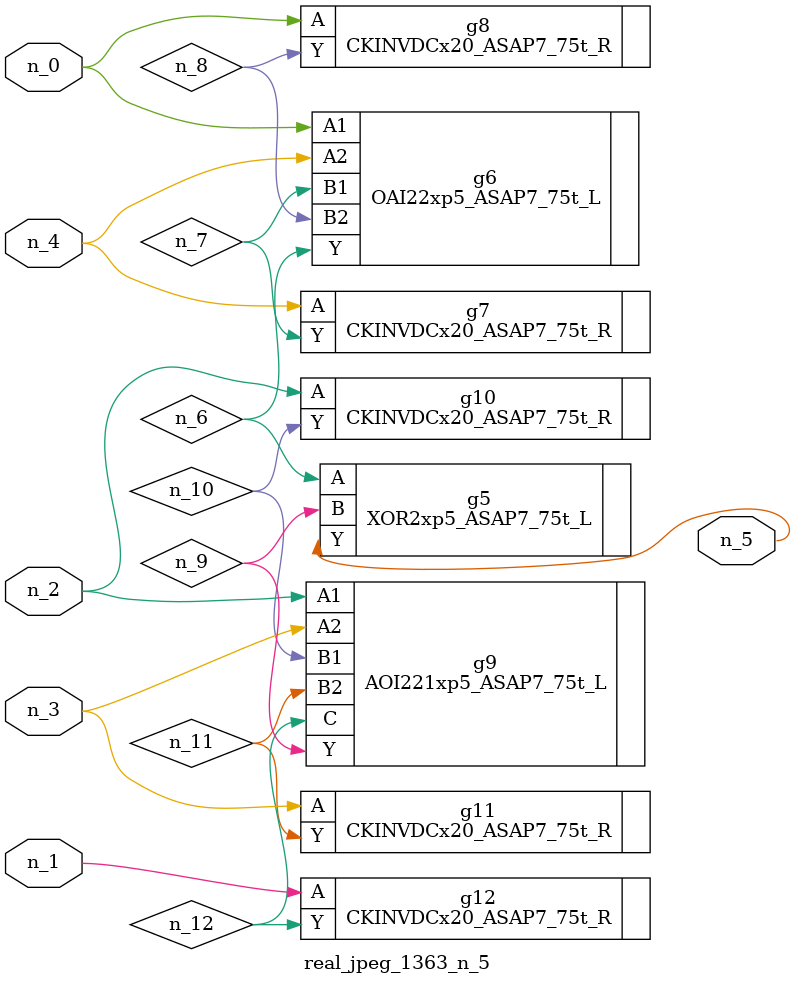
<source format=v>
module real_jpeg_1363_n_5 (n_4, n_0, n_1, n_2, n_3, n_5);

input n_4;
input n_0;
input n_1;
input n_2;
input n_3;

output n_5;

wire n_12;
wire n_8;
wire n_11;
wire n_6;
wire n_7;
wire n_10;
wire n_9;

OAI22xp5_ASAP7_75t_L g6 ( 
.A1(n_0),
.A2(n_4),
.B1(n_7),
.B2(n_8),
.Y(n_6)
);

CKINVDCx20_ASAP7_75t_R g8 ( 
.A(n_0),
.Y(n_8)
);

CKINVDCx20_ASAP7_75t_R g12 ( 
.A(n_1),
.Y(n_12)
);

AOI221xp5_ASAP7_75t_L g9 ( 
.A1(n_2),
.A2(n_3),
.B1(n_10),
.B2(n_11),
.C(n_12),
.Y(n_9)
);

CKINVDCx20_ASAP7_75t_R g10 ( 
.A(n_2),
.Y(n_10)
);

CKINVDCx20_ASAP7_75t_R g11 ( 
.A(n_3),
.Y(n_11)
);

CKINVDCx20_ASAP7_75t_R g7 ( 
.A(n_4),
.Y(n_7)
);

XOR2xp5_ASAP7_75t_L g5 ( 
.A(n_6),
.B(n_9),
.Y(n_5)
);


endmodule
</source>
